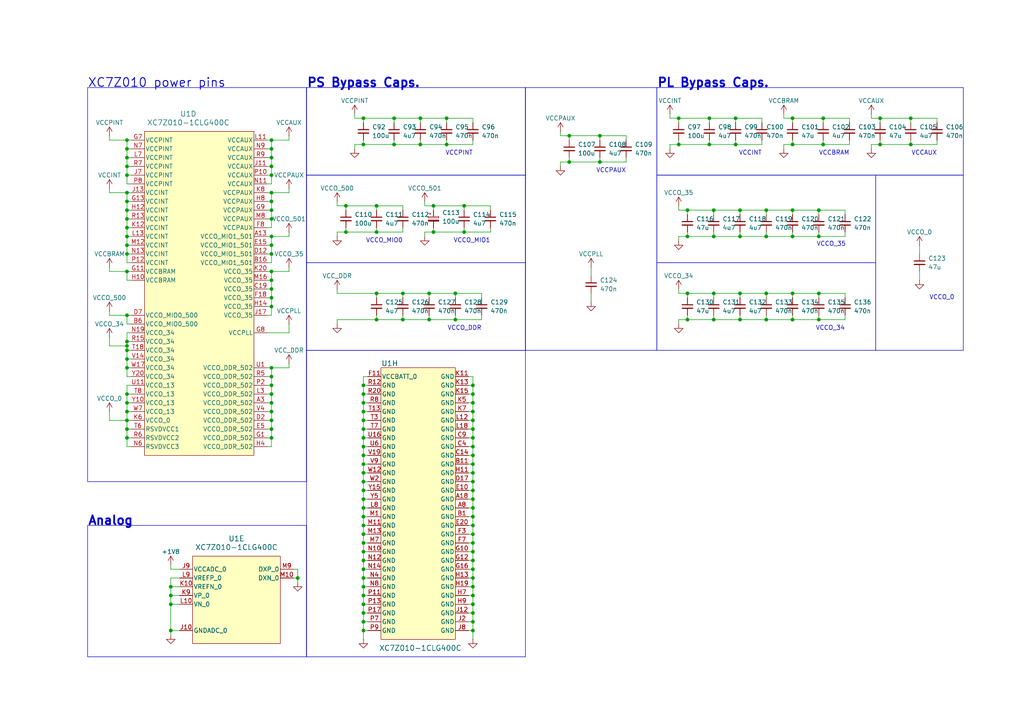
<source format=kicad_sch>
(kicad_sch (version 20250114) (generator "eeschema") (generator_version "9.0")
  (paper "A4")
  (title_block (title "FPGA Zynq7000 Dev Board") (date "2025-07-10") (rev "A"))
  (rectangle (start 190.5 25.4) (end 279.4 50.8))
  (rectangle (start 88.9 101.6) (end 152.4 190.5))
  (rectangle (start 152.4 25.4) (end 190.5 101.6))
  (rectangle (start 25.4 152.4) (end 88.9 190.5))
  (rectangle (start 88.9 50.8) (end 152.4 76.2))
  (rectangle (start 25.4 25.4) (end 88.9 139.7))
  (rectangle (start 254 50.8) (end 279.4 101.6))
  (rectangle (start 88.9 25.4) (end 152.4 50.8))
  (rectangle (start 190.5 76.2) (end 254 101.6))
  (rectangle (start 190.5 50.8) (end 254 76.2))
  (rectangle (start 88.9 76.2) (end 152.4 101.6))
  (text "XC7Z010 power pins" (at 25.4 24.13 0) (effects (font (size 2.54 2.54) (thickness 0.254) (bold yes)) (justify left)))
  (text "VCCPAUX" (at 181.61 49.53 0) (effects (font (size 1.27 1.27)) (justify right)))
  (text "VCCO_MIO0" (at 116.84 69.85 0) (effects (font (size 1.27 1.27)) (justify right)))
  (text "Analog" (at 25.4 151.13 0) (effects (font (size 2.54 2.54) (thickness 0.508) (bold yes)) (justify left)))
  (text "VCCO_0" (at 276.86 86.36 0) (effects (font (size 1.27 1.27)) (justify right)))
  (text "VCCO_35" (at 245.364 70.866 0) (effects (font (size 1.27 1.27)) (justify right)))
  (text "VCCO_DDR" (at 139.7 95.25 0) (effects (font (size 1.27 1.27)) (justify right)))
  (text "VCCINT" (at 220.98 44.45 0) (effects (font (size 1.27 1.27)) (justify right)))
  (text "VCCO_34\n" (at 245.11 95.25 0) (effects (font (size 1.27 1.27)) (justify right)))
  (text "PS Bypass Caps." (at 88.9 24.13 0) (effects (font (size 2.54 2.54) (thickness 0.508) (bold yes)) (justify left)))
  (text "VCCAUX" (at 271.78 44.45 0) (effects (font (size 1.27 1.27)) (justify right)))
  (text "VCCBRAM" (at 246.38 44.45 0) (effects (font (size 1.27 1.27)) (justify right)))
  (text "PL Bypass Caps." (at 190.5 24.13 0) (effects (font (size 2.54 2.54) (thickness 0.508) (bold yes)) (justify left)))
  (text "VCCO_MIO1" (at 142.24 69.85 0) (effects (font (size 1.27 1.27)) (justify right)))
  (text "VCCPINT" (at 137.16 44.45 0) (effects (font (size 1.27 1.27)) (justify right)))
  (junction (at 137.16 170.18))
  (junction (at 105.41 111.76))
  (junction (at 125.73 59.69))
  (junction (at 105.41 116.84))
  (junction (at 229.87 68.58))
  (junction (at 78.74 45.72))
  (junction (at 237.49 68.58))
  (junction (at 105.41 177.8))
  (junction (at 36.83 101.6))
  (junction (at 105.41 172.72))
  (junction (at 49.53 175.26))
  (junction (at 137.16 121.92))
  (junction (at 173.99 46.99))
  (junction (at 36.83 43.18))
  (junction (at 229.87 92.71))
  (junction (at 36.83 116.84))
  (junction (at 137.16 116.84))
  (junction (at 105.41 144.78))
  (junction (at 255.27 41.91))
  (junction (at 105.41 182.88))
  (junction (at 78.74 116.84))
  (junction (at 173.99 39.37))
  (junction (at 105.41 127))
  (junction (at 264.16 41.91))
  (junction (at 36.83 91.44))
  (junction (at 78.74 68.58))
  (junction (at 78.74 55.88))
  (junction (at 207.01 60.96))
  (junction (at 105.41 132.08))
  (junction (at 137.16 182.88))
  (junction (at 205.74 41.91))
  (junction (at 36.83 45.72))
  (junction (at 36.83 119.38))
  (junction (at 105.41 167.64))
  (junction (at 36.83 60.96))
  (junction (at 214.63 92.71))
  (junction (at 36.83 124.46))
  (junction (at 49.53 170.18))
  (junction (at 137.16 127))
  (junction (at 255.27 34.29))
  (junction (at 134.62 59.69))
  (junction (at 238.76 41.91))
  (junction (at 78.74 71.12))
  (junction (at 199.39 92.71))
  (junction (at 36.83 121.92))
  (junction (at 105.41 165.1))
  (junction (at 137.16 134.62))
  (junction (at 105.41 119.38))
  (junction (at 121.92 34.29))
  (junction (at 264.16 34.29))
  (junction (at 78.74 114.3))
  (junction (at 109.22 92.71))
  (junction (at 137.16 142.24))
  (junction (at 207.01 68.58))
  (junction (at 137.16 165.1))
  (junction (at 105.41 147.32))
  (junction (at 78.74 63.5))
  (junction (at 105.41 129.54))
  (junction (at 36.83 63.5))
  (junction (at 137.16 139.7))
  (junction (at 137.16 180.34))
  (junction (at 137.16 111.76))
  (junction (at 121.92 41.91))
  (junction (at 137.16 160.02))
  (junction (at 105.41 137.16))
  (junction (at 109.22 85.09))
  (junction (at 105.41 157.48))
  (junction (at 78.74 81.28))
  (junction (at 222.25 68.58))
  (junction (at 199.39 85.09))
  (junction (at 36.83 50.8))
  (junction (at 105.41 124.46))
  (junction (at 132.08 92.71))
  (junction (at 137.16 114.3))
  (junction (at 36.83 78.74))
  (junction (at 137.16 152.4))
  (junction (at 36.83 114.3))
  (junction (at 78.74 109.22))
  (junction (at 36.83 40.64))
  (junction (at 105.41 152.4))
  (junction (at 137.16 129.54))
  (junction (at 137.16 177.8))
  (junction (at 137.16 172.72))
  (junction (at 137.16 157.48))
  (junction (at 222.25 60.96))
  (junction (at 229.87 41.91))
  (junction (at 116.84 92.71))
  (junction (at 214.63 85.09))
  (junction (at 137.16 154.94))
  (junction (at 199.39 68.58))
  (junction (at 49.53 172.72))
  (junction (at 36.83 55.88))
  (junction (at 105.41 170.18))
  (junction (at 137.16 162.56))
  (junction (at 36.83 104.14))
  (junction (at 109.22 59.69))
  (junction (at 36.83 100.33))
  (junction (at 114.3 41.91))
  (junction (at 199.39 60.96))
  (junction (at 213.36 34.29))
  (junction (at 105.41 154.94))
  (junction (at 132.08 85.09))
  (junction (at 36.83 68.58))
  (junction (at 222.25 92.71))
  (junction (at 137.16 167.64))
  (junction (at 105.41 114.3))
  (junction (at 78.74 73.66))
  (junction (at 137.16 132.08))
  (junction (at 109.22 67.31))
  (junction (at 105.41 149.86))
  (junction (at 237.49 85.09))
  (junction (at 137.16 119.38))
  (junction (at 137.16 144.78))
  (junction (at 214.63 68.58))
  (junction (at 36.83 99.06))
  (junction (at 124.46 85.09))
  (junction (at 100.33 67.31))
  (junction (at 165.1 39.37))
  (junction (at 137.16 137.16))
  (junction (at 137.16 124.46))
  (junction (at 78.74 50.8))
  (junction (at 105.41 34.29))
  (junction (at 207.01 85.09))
  (junction (at 78.74 58.42))
  (junction (at 137.16 175.26))
  (junction (at 36.83 58.42))
  (junction (at 105.41 160.02))
  (junction (at 129.54 34.29))
  (junction (at 165.1 46.99))
  (junction (at 36.83 127))
  (junction (at 78.74 111.76))
  (junction (at 36.83 66.04))
  (junction (at 36.83 48.26))
  (junction (at 78.74 119.38))
  (junction (at 78.74 124.46))
  (junction (at 86.36 167.64))
  (junction (at 36.83 73.66))
  (junction (at 125.73 67.31))
  (junction (at 105.41 139.7))
  (junction (at 105.41 121.92))
  (junction (at 196.85 41.91))
  (junction (at 78.74 127))
  (junction (at 105.41 41.91))
  (junction (at 137.16 147.32))
  (junction (at 100.33 59.69))
  (junction (at 78.74 106.68))
  (junction (at 36.83 71.12))
  (junction (at 229.87 85.09))
  (junction (at 238.76 34.29))
  (junction (at 78.74 121.92))
  (junction (at 105.41 142.24))
  (junction (at 105.41 175.26))
  (junction (at 78.74 78.74))
  (junction (at 78.74 40.64))
  (junction (at 105.41 180.34))
  (junction (at 237.49 92.71))
  (junction (at 213.36 41.91))
  (junction (at 78.74 83.82))
  (junction (at 237.49 60.96))
  (junction (at 78.74 60.96))
  (junction (at 134.62 67.31))
  (junction (at 105.41 134.62))
  (junction (at 78.74 43.18))
  (junction (at 105.41 162.56))
  (junction (at 116.84 85.09))
  (junction (at 196.85 34.29))
  (junction (at 36.83 106.68))
  (junction (at 222.25 85.09))
  (junction (at 124.46 92.71))
  (junction (at 78.74 88.9))
  (junction (at 229.87 60.96))
  (junction (at 49.53 182.88))
  (junction (at 78.74 48.26))
  (junction (at 207.01 92.71))
  (junction (at 229.87 34.29))
  (junction (at 214.63 60.96))
  (junction (at 129.54 41.91))
  (junction (at 137.16 149.86))
  (junction (at 78.74 86.36))
  (junction (at 205.74 34.29))
  (junction (at 114.3 34.29))
  (wire (pts (xy 162.56 48.26) (xy 162.56 46.99)))
  (wire (pts (xy 97.79 59.69) (xy 100.33 59.69)))
  (wire (pts (xy 109.22 66.04) (xy 109.22 67.31)))
  (wire (pts (xy 135.89 134.62) (xy 137.16 134.62)))
  (wire (pts (xy 105.41 41.91) (xy 105.41 40.64)))
  (wire (pts (xy 264.16 34.29) (xy 264.16 35.56)))
  (wire (pts (xy 86.36 165.1) (xy 86.36 167.64)))
  (wire (pts (xy 105.41 149.86) (xy 105.41 152.4)))
  (wire (pts (xy 205.74 40.64) (xy 205.74 41.91)))
  (wire (pts (xy 135.89 139.7) (xy 137.16 139.7)))
  (wire (pts (xy 207.01 67.31) (xy 207.01 68.58)))
  (wire (pts (xy 137.16 144.78) (xy 137.16 147.32)))
  (wire (pts (xy 105.41 165.1) (xy 105.41 167.64)))
  (wire (pts (xy 36.83 60.96) (xy 36.83 63.5)))
  (wire (pts (xy 36.83 111.76) (xy 36.83 114.3)))
  (wire (pts (xy 173.99 39.37) (xy 173.99 40.64)))
  (wire (pts (xy 255.27 34.29) (xy 255.27 35.56)))
  (wire (pts (xy 77.47 55.88) (xy 78.74 55.88)))
  (wire (pts (xy 78.74 83.82) (xy 78.74 86.36)))
  (wire (pts (xy 137.16 41.91) (xy 129.54 41.91)))
  (wire (pts (xy 105.41 170.18) (xy 106.68 170.18)))
  (wire (pts (xy 142.24 67.31) (xy 134.62 67.31)))
  (wire (pts (xy 137.16 157.48) (xy 137.16 160.02)))
  (wire (pts (xy 105.41 114.3) (xy 105.41 116.84)))
  (wire (pts (xy 105.41 129.54) (xy 105.41 132.08)))
  (wire (pts (xy 36.83 66.04) (xy 36.83 68.58)))
  (wire (pts (xy 199.39 85.09) (xy 207.01 85.09)))
  (wire (pts (xy 135.89 144.78) (xy 137.16 144.78)))
  (wire (pts (xy 36.83 81.28) (xy 38.1 81.28)))
  (wire (pts (xy 36.83 104.14) (xy 38.1 104.14)))
  (wire (pts (xy 137.16 172.72) (xy 137.16 175.26)))
  (wire (pts (xy 229.87 60.96) (xy 229.87 62.23)))
  (wire (pts (xy 165.1 46.99) (xy 165.1 45.72)))
  (wire (pts (xy 78.74 78.74) (xy 83.82 78.74)))
  (wire (pts (xy 78.74 68.58) (xy 83.82 68.58)))
  (wire (pts (xy 36.83 78.74) (xy 38.1 78.74)))
  (wire (pts (xy 49.53 175.26) (xy 49.53 182.88)))
  (wire (pts (xy 245.11 68.58) (xy 237.49 68.58)))
  (wire (pts (xy 78.74 55.88) (xy 78.74 58.42)))
  (wire (pts (xy 137.16 119.38) (xy 137.16 121.92)))
  (wire (pts (xy 77.47 78.74) (xy 78.74 78.74)))
  (wire (pts (xy 31.75 97.79) (xy 31.75 100.33)))
  (wire (pts (xy 125.73 67.31) (xy 125.73 66.04)))
  (wire (pts (xy 77.47 129.54) (xy 78.74 129.54)))
  (wire (pts (xy 135.89 137.16) (xy 137.16 137.16)))
  (wire (pts (xy 114.3 34.29) (xy 114.3 35.56)))
  (wire (pts (xy 124.46 86.36) (xy 124.46 85.09)))
  (wire (pts (xy 139.7 91.44) (xy 139.7 92.71)))
  (wire (pts (xy 229.87 68.58) (xy 222.25 68.58)))
  (wire (pts (xy 123.19 67.31) (xy 125.73 67.31)))
  (wire (pts (xy 105.41 121.92) (xy 105.41 124.46)))
  (wire (pts (xy 105.41 111.76) (xy 106.68 111.76)))
  (wire (pts (xy 36.83 48.26) (xy 36.83 50.8)))
  (wire (pts (xy 135.89 111.76) (xy 137.16 111.76)))
  (wire (pts (xy 102.87 41.91) (xy 105.41 41.91)))
  (wire (pts (xy 78.74 124.46) (xy 78.74 127)))
  (wire (pts (xy 109.22 67.31) (xy 100.33 67.31)))
  (wire (pts (xy 264.16 34.29) (xy 271.78 34.29)))
  (wire (pts (xy 36.83 104.14) (xy 36.83 106.68)))
  (wire (pts (xy 129.54 35.56) (xy 129.54 34.29)))
  (wire (pts (xy 83.82 39.37) (xy 83.82 40.64)))
  (wire (pts (xy 36.83 101.6) (xy 38.1 101.6)))
  (wire (pts (xy 213.36 40.64) (xy 213.36 41.91)))
  (wire (pts (xy 77.47 73.66) (xy 78.74 73.66)))
  (wire (pts (xy 36.83 127) (xy 36.83 129.54)))
  (wire (pts (xy 222.25 92.71) (xy 214.63 92.71)))
  (wire (pts (xy 245.11 92.71) (xy 237.49 92.71)))
  (wire (pts (xy 137.16 40.64) (xy 137.16 41.91)))
  (wire (pts (xy 227.33 33.02) (xy 227.33 34.29)))
  (wire (pts (xy 97.79 58.42) (xy 97.79 59.69)))
  (wire (pts (xy 105.41 160.02) (xy 105.41 162.56)))
  (wire (pts (xy 137.16 137.16) (xy 137.16 139.7)))
  (wire (pts (xy 121.92 34.29) (xy 129.54 34.29)))
  (wire (pts (xy 36.83 111.76) (xy 38.1 111.76)))
  (wire (pts (xy 196.85 68.58) (xy 199.39 68.58)))
  (wire (pts (xy 77.47 114.3) (xy 78.74 114.3)))
  (wire (pts (xy 255.27 34.29) (xy 264.16 34.29)))
  (wire (pts (xy 77.47 71.12) (xy 78.74 71.12)))
  (wire (pts (xy 77.47 96.52) (xy 83.82 96.52)))
  (wire (pts (xy 207.01 91.44) (xy 207.01 92.71)))
  (wire (pts (xy 137.16 142.24) (xy 137.16 144.78)))
  (wire (pts (xy 214.63 85.09) (xy 214.63 86.36)))
  (wire (pts (xy 77.47 53.34) (xy 78.74 53.34)))
  (wire (pts (xy 77.47 40.64) (xy 78.74 40.64)))
  (wire (pts (xy 227.33 43.18) (xy 227.33 41.91)))
  (wire (pts (xy 135.89 165.1) (xy 137.16 165.1)))
  (wire (pts (xy 100.33 59.69) (xy 109.22 59.69)))
  (wire (pts (xy 36.83 55.88) (xy 36.83 58.42)))
  (wire (pts (xy 49.53 182.88) (xy 49.53 184.15)))
  (wire (pts (xy 137.16 177.8) (xy 137.16 180.34)))
  (wire (pts (xy 135.89 154.94) (xy 137.16 154.94)))
  (wire (pts (xy 105.41 149.86) (xy 106.68 149.86)))
  (wire (pts (xy 36.83 124.46) (xy 36.83 127)))
  (wire (pts (xy 36.83 124.46) (xy 38.1 124.46)))
  (wire (pts (xy 78.74 121.92) (xy 78.74 124.46)))
  (wire (pts (xy 134.62 59.69) (xy 142.24 59.69)))
  (wire (pts (xy 31.75 119.38) (xy 31.75 121.92)))
  (wire (pts (xy 105.41 139.7) (xy 105.41 142.24)))
  (wire (pts (xy 132.08 91.44) (xy 132.08 92.71)))
  (wire (pts (xy 135.89 152.4) (xy 137.16 152.4)))
  (wire (pts (xy 36.83 50.8) (xy 38.1 50.8)))
  (wire (pts (xy 97.79 67.31) (xy 100.33 67.31)))
  (wire (pts (xy 264.16 41.91) (xy 255.27 41.91)))
  (wire (pts (xy 78.74 43.18) (xy 78.74 45.72)))
  (wire (pts (xy 105.41 167.64) (xy 106.68 167.64)))
  (wire (pts (xy 49.53 167.64) (xy 49.53 170.18)))
  (wire (pts (xy 222.25 60.96) (xy 229.87 60.96)))
  (wire (pts (xy 105.41 121.92) (xy 106.68 121.92)))
  (wire (pts (xy 205.74 34.29) (xy 205.74 35.56)))
  (wire (pts (xy 105.41 157.48) (xy 105.41 160.02)))
  (wire (pts (xy 237.49 85.09) (xy 237.49 86.36)))
  (wire (pts (xy 214.63 60.96) (xy 214.63 62.23)))
  (wire (pts (xy 264.16 40.64) (xy 264.16 41.91)))
  (wire (pts (xy 78.74 119.38) (xy 78.74 121.92)))
  (wire (pts (xy 207.01 85.09) (xy 214.63 85.09)))
  (wire (pts (xy 137.16 127) (xy 137.16 129.54)))
  (wire (pts (xy 36.83 119.38) (xy 38.1 119.38)))
  (wire (pts (xy 105.41 127) (xy 106.68 127)))
  (wire (pts (xy 229.87 60.96) (xy 237.49 60.96)))
  (wire (pts (xy 137.16 152.4) (xy 137.16 154.94)))
  (wire (pts (xy 207.01 60.96) (xy 207.01 62.23)))
  (wire (pts (xy 105.41 160.02) (xy 106.68 160.02)))
  (wire (pts (xy 100.33 67.31) (xy 100.33 66.04)))
  (wire (pts (xy 125.73 59.69) (xy 125.73 60.96)))
  (wire (pts (xy 105.41 144.78) (xy 106.68 144.78)))
  (wire (pts (xy 105.41 147.32) (xy 106.68 147.32)))
  (wire (pts (xy 36.83 63.5) (xy 38.1 63.5)))
  (wire (pts (xy 213.36 41.91) (xy 205.74 41.91)))
  (wire (pts (xy 36.83 58.42) (xy 38.1 58.42)))
  (wire (pts (xy 245.11 91.44) (xy 245.11 92.71)))
  (wire (pts (xy 222.25 85.09) (xy 229.87 85.09)))
  (wire (pts (xy 105.41 109.22) (xy 105.41 111.76)))
  (wire (pts (xy 83.82 40.64) (xy 78.74 40.64)))
  (wire (pts (xy 36.83 114.3) (xy 38.1 114.3)))
  (wire (pts (xy 77.47 81.28) (xy 78.74 81.28)))
  (wire (pts (xy 105.41 132.08) (xy 105.41 134.62)))
  (wire (pts (xy 124.46 92.71) (xy 116.84 92.71)))
  (wire (pts (xy 77.47 63.5) (xy 78.74 63.5)))
  (wire (pts (xy 78.74 73.66) (xy 78.74 76.2)))
  (wire (pts (xy 173.99 46.99) (xy 165.1 46.99)))
  (wire (pts (xy 36.83 73.66) (xy 38.1 73.66)))
  (wire (pts (xy 105.41 116.84) (xy 105.41 119.38)))
  (wire (pts (xy 252.73 33.02) (xy 252.73 34.29)))
  (wire (pts (xy 102.87 33.02) (xy 102.87 34.29)))
  (wire (pts (xy 105.41 34.29) (xy 114.3 34.29)))
  (wire (pts (xy 105.41 142.24) (xy 105.41 144.78)))
  (wire (pts (xy 134.62 66.04) (xy 134.62 67.31)))
  (wire (pts (xy 245.11 60.96) (xy 245.11 62.23)))
  (wire (pts (xy 129.54 40.64) (xy 129.54 41.91)))
  (wire (pts (xy 252.73 34.29) (xy 255.27 34.29)))
  (wire (pts (xy 77.47 58.42) (xy 78.74 58.42)))
  (wire (pts (xy 227.33 34.29) (xy 229.87 34.29)))
  (wire (pts (xy 36.83 109.22) (xy 38.1 109.22)))
  (wire (pts (xy 165.1 39.37) (xy 173.99 39.37)))
  (wire (pts (xy 36.83 40.64) (xy 36.83 43.18)))
  (wire (pts (xy 109.22 59.69) (xy 116.84 59.69)))
  (wire (pts (xy 229.87 34.29) (xy 229.87 35.56)))
  (wire (pts (xy 31.75 100.33) (xy 36.83 100.33)))
  (wire (pts (xy 49.53 163.83) (xy 49.53 165.1)))
  (wire (pts (xy 105.41 142.24) (xy 106.68 142.24)))
  (wire (pts (xy 237.49 67.31) (xy 237.49 68.58)))
  (wire (pts (xy 77.47 50.8) (xy 78.74 50.8)))
  (wire (pts (xy 31.75 90.17) (xy 31.75 91.44)))
  (wire (pts (xy 83.82 68.58) (xy 83.82 67.31)))
  (wire (pts (xy 237.49 92.71) (xy 229.87 92.71)))
  (wire (pts (xy 165.1 39.37) (xy 165.1 40.64)))
  (wire (pts (xy 85.09 167.64) (xy 86.36 167.64)))
  (wire (pts (xy 105.41 119.38) (xy 106.68 119.38)))
  (wire (pts (xy 105.41 154.94) (xy 105.41 157.48)))
  (wire (pts (xy 105.41 157.48) (xy 106.68 157.48)))
  (wire (pts (xy 137.16 147.32) (xy 137.16 149.86)))
  (wire (pts (xy 229.87 85.09) (xy 237.49 85.09)))
  (wire (pts (xy 199.39 92.71) (xy 207.01 92.71)))
  (wire (pts (xy 129.54 34.29) (xy 137.16 34.29)))
  (wire (pts (xy 105.41 116.84) (xy 106.68 116.84)))
  (wire (pts (xy 78.74 63.5) (xy 78.74 66.04)))
  (wire (pts (xy 123.19 68.58) (xy 123.19 67.31)))
  (wire (pts (xy 252.73 41.91) (xy 255.27 41.91)))
  (wire (pts (xy 105.41 170.18) (xy 105.41 172.72)))
  (wire (pts (xy 114.3 34.29) (xy 121.92 34.29)))
  (wire (pts (xy 105.41 177.8) (xy 106.68 177.8)))
  (wire (pts (xy 36.83 101.6) (xy 36.83 104.14)))
  (wire (pts (xy 196.85 69.85) (xy 196.85 68.58)))
  (wire (pts (xy 135.89 119.38) (xy 137.16 119.38)))
  (wire (pts (xy 49.53 170.18) (xy 49.53 172.72)))
  (wire (pts (xy 229.87 91.44) (xy 229.87 92.71)))
  (wire (pts (xy 77.47 127) (xy 78.74 127)))
  (wire (pts (xy 246.38 34.29) (xy 246.38 35.56)))
  (wire (pts (xy 135.89 124.46) (xy 137.16 124.46)))
  (wire (pts (xy 52.07 170.18) (xy 49.53 170.18)))
  (wire (pts (xy 31.75 91.44) (xy 36.83 91.44)))
  (wire (pts (xy 139.7 85.09) (xy 139.7 86.36)))
  (wire (pts (xy 137.16 111.76) (xy 137.16 114.3)))
  (wire (pts (xy 109.22 59.69) (xy 109.22 60.96)))
  (wire (pts (xy 135.89 129.54) (xy 137.16 129.54)))
  (wire (pts (xy 199.39 60.96) (xy 207.01 60.96)))
  (wire (pts (xy 105.41 182.88) (xy 105.41 185.42)))
  (wire (pts (xy 36.83 50.8) (xy 36.83 53.34)))
  (wire (pts (xy 245.11 67.31) (xy 245.11 68.58)))
  (wire (pts (xy 135.89 149.86) (xy 137.16 149.86)))
  (wire (pts (xy 36.83 55.88) (xy 38.1 55.88)))
  (wire (pts (xy 135.89 132.08) (xy 137.16 132.08)))
  (wire (pts (xy 52.07 167.64) (xy 49.53 167.64)))
  (wire (pts (xy 105.41 109.22) (xy 106.68 109.22)))
  (wire (pts (xy 237.49 68.58) (xy 229.87 68.58)))
  (wire (pts (xy 36.83 129.54) (xy 38.1 129.54)))
  (wire (pts (xy 214.63 85.09) (xy 222.25 85.09)))
  (wire (pts (xy 36.83 63.5) (xy 36.83 66.04)))
  (wire (pts (xy 132.08 86.36) (xy 132.08 85.09)))
  (wire (pts (xy 222.25 67.31) (xy 222.25 68.58)))
  (wire (pts (xy 83.82 77.47) (xy 83.82 78.74)))
  (wire (pts (xy 36.83 116.84) (xy 36.83 119.38)))
  (wire (pts (xy 105.41 127) (xy 105.41 129.54)))
  (wire (pts (xy 271.78 34.29) (xy 271.78 35.56)))
  (wire (pts (xy 36.83 43.18) (xy 36.83 45.72)))
  (wire (pts (xy 196.85 34.29) (xy 205.74 34.29)))
  (wire (pts (xy 77.47 48.26) (xy 78.74 48.26)))
  (wire (pts (xy 105.41 114.3) (xy 106.68 114.3)))
  (wire (pts (xy 105.41 154.94) (xy 106.68 154.94)))
  (wire (pts (xy 31.75 40.64) (xy 36.83 40.64)))
  (wire (pts (xy 196.85 85.09) (xy 199.39 85.09)))
  (wire (pts (xy 220.98 34.29) (xy 220.98 35.56)))
  (wire (pts (xy 36.83 93.98) (xy 38.1 93.98)))
  (wire (pts (xy 36.83 68.58) (xy 36.83 71.12)))
  (wire (pts (xy 181.61 46.99) (xy 173.99 46.99)))
  (wire (pts (xy 124.46 91.44) (xy 124.46 92.71)))
  (wire (pts (xy 78.74 86.36) (xy 78.74 88.9)))
  (wire (pts (xy 227.33 41.91) (xy 229.87 41.91)))
  (wire (pts (xy 137.16 154.94) (xy 137.16 157.48)))
  (wire (pts (xy 121.92 34.29) (xy 121.92 35.56)))
  (wire (pts (xy 196.85 92.71) (xy 199.39 92.71)))
  (wire (pts (xy 36.83 119.38) (xy 36.83 121.92)))
  (wire (pts (xy 105.41 180.34) (xy 106.68 180.34)))
  (wire (pts (xy 199.39 85.09) (xy 199.39 86.36)))
  (wire (pts (xy 137.16 170.18) (xy 137.16 172.72)))
  (wire (pts (xy 105.41 175.26) (xy 105.41 177.8)))
  (wire (pts (xy 196.85 41.91) (xy 196.85 40.64)))
  (wire (pts (xy 246.38 40.64) (xy 246.38 41.91)))
  (wire (pts (xy 36.83 43.18) (xy 38.1 43.18)))
  (wire (pts (xy 199.39 91.44) (xy 199.39 92.71)))
  (wire (pts (xy 194.31 34.29) (xy 196.85 34.29)))
  (wire (pts (xy 196.85 34.29) (xy 196.85 35.56)))
  (wire (pts (xy 78.74 68.58) (xy 78.74 71.12)))
  (wire (pts (xy 105.41 167.64) (xy 105.41 170.18)))
  (wire (pts (xy 135.89 172.72) (xy 137.16 172.72)))
  (wire (pts (xy 36.83 58.42) (xy 36.83 60.96)))
  (wire (pts (xy 116.84 85.09) (xy 124.46 85.09)))
  (wire (pts (xy 129.54 41.91) (xy 121.92 41.91)))
  (wire (pts (xy 135.89 177.8) (xy 137.16 177.8)))
  (wire (pts (xy 137.16 109.22) (xy 137.16 111.76)))
  (wire (pts (xy 207.01 85.09) (xy 207.01 86.36)))
  (wire (pts (xy 213.36 34.29) (xy 220.98 34.29)))
  (wire (pts (xy 162.56 46.99) (xy 165.1 46.99)))
  (wire (pts (xy 271.78 40.64) (xy 271.78 41.91)))
  (wire (pts (xy 105.41 162.56) (xy 106.68 162.56)))
  (wire (pts (xy 31.75 78.74) (xy 36.83 78.74)))
  (wire (pts (xy 137.16 182.88) (xy 137.16 185.42)))
  (wire (pts (xy 97.79 93.98) (xy 97.79 92.71)))
  (wire (pts (xy 238.76 41.91) (xy 229.87 41.91)))
  (wire (pts (xy 135.89 121.92) (xy 137.16 121.92)))
  (wire (pts (xy 214.63 92.71) (xy 207.01 92.71)))
  (wire (pts (xy 78.74 88.9) (xy 78.74 91.44)))
  (wire (pts (xy 36.83 91.44) (xy 36.83 93.98)))
  (wire (pts (xy 105.41 139.7) (xy 106.68 139.7)))
  (wire (pts (xy 77.47 66.04) (xy 78.74 66.04)))
  (wire (pts (xy 171.45 85.09) (xy 171.45 87.63)))
  (wire (pts (xy 229.87 67.31) (xy 229.87 68.58)))
  (wire (pts (xy 78.74 81.28) (xy 78.74 83.82)))
  (wire (pts (xy 36.83 114.3) (xy 36.83 116.84)))
  (wire (pts (xy 137.16 116.84) (xy 137.16 119.38)))
  (wire (pts (xy 222.25 68.58) (xy 214.63 68.58)))
  (wire (pts (xy 105.41 124.46) (xy 106.68 124.46)))
  (wire (pts (xy 109.22 85.09) (xy 109.22 86.36)))
  (wire (pts (xy 105.41 172.72) (xy 105.41 175.26)))
  (wire (pts (xy 237.49 85.09) (xy 245.11 85.09)))
  (wire (pts (xy 135.89 180.34) (xy 137.16 180.34)))
  (wire (pts (xy 105.41 111.76) (xy 105.41 114.3)))
  (wire (pts (xy 135.89 127) (xy 137.16 127)))
  (wire (pts (xy 49.53 172.72) (xy 52.07 172.72)))
  (wire (pts (xy 105.41 175.26) (xy 106.68 175.26)))
  (wire (pts (xy 137.16 129.54) (xy 137.16 132.08)))
  (wire (pts (xy 135.89 170.18) (xy 137.16 170.18)))
  (wire (pts (xy 36.83 96.52) (xy 36.83 99.06)))
  (wire (pts (xy 109.22 85.09) (xy 116.84 85.09)))
  (wire (pts (xy 105.41 182.88) (xy 106.68 182.88)))
  (wire (pts (xy 237.49 60.96) (xy 237.49 62.23)))
  (wire (pts (xy 77.47 124.46) (xy 78.74 124.46)))
  (wire (pts (xy 78.74 127) (xy 78.74 129.54)))
  (wire (pts (xy 78.74 45.72) (xy 78.74 48.26)))
  (wire (pts (xy 77.47 43.18) (xy 78.74 43.18)))
  (wire (pts (xy 105.41 180.34) (xy 105.41 182.88)))
  (wire (pts (xy 105.41 124.46) (xy 105.41 127)))
  (wire (pts (xy 83.82 106.68) (xy 78.74 106.68)))
  (wire (pts (xy 199.39 60.96) (xy 199.39 62.23)))
  (wire (pts (xy 100.33 59.69) (xy 100.33 60.96)))
  (wire (pts (xy 105.41 165.1) (xy 106.68 165.1)))
  (wire (pts (xy 36.83 100.33) (xy 36.83 101.6)))
  (wire (pts (xy 199.39 67.31) (xy 199.39 68.58)))
  (wire (pts (xy 123.19 58.42) (xy 123.19 59.69)))
  (wire (pts (xy 97.79 68.58) (xy 97.79 67.31)))
  (wire (pts (xy 49.53 175.26) (xy 52.07 175.26)))
  (wire (pts (xy 116.84 91.44) (xy 116.84 92.71)))
  (wire (pts (xy 196.85 83.82) (xy 196.85 85.09)))
  (wire (pts (xy 135.89 157.48) (xy 137.16 157.48)))
  (wire (pts (xy 36.83 106.68) (xy 36.83 109.22)))
  (wire (pts (xy 31.75 55.88) (xy 36.83 55.88)))
  (wire (pts (xy 116.84 85.09) (xy 116.84 86.36)))
  (wire (pts (xy 214.63 67.31) (xy 214.63 68.58)))
  (wire (pts (xy 214.63 91.44) (xy 214.63 92.71)))
  (wire (pts (xy 97.79 85.09) (xy 109.22 85.09)))
  (wire (pts (xy 105.41 134.62) (xy 106.68 134.62)))
  (wire (pts (xy 31.75 121.92) (xy 36.83 121.92)))
  (wire (pts (xy 97.79 92.71) (xy 109.22 92.71)))
  (wire (pts (xy 36.83 91.44) (xy 38.1 91.44)))
  (wire (pts (xy 229.87 85.09) (xy 229.87 86.36)))
  (wire (pts (xy 77.47 111.76) (xy 78.74 111.76)))
  (wire (pts (xy 77.47 68.58) (xy 78.74 68.58)))
  (wire (pts (xy 222.25 85.09) (xy 222.25 86.36)))
  (wire (pts (xy 105.41 34.29) (xy 105.41 35.56)))
  (wire (pts (xy 137.16 114.3) (xy 137.16 116.84)))
  (wire (pts (xy 135.89 116.84) (xy 137.16 116.84)))
  (wire (pts (xy 31.75 77.47) (xy 31.75 78.74)))
  (wire (pts (xy 105.41 137.16) (xy 106.68 137.16)))
  (wire (pts (xy 134.62 59.69) (xy 134.62 60.96)))
  (wire (pts (xy 36.83 45.72) (xy 38.1 45.72)))
  (wire (pts (xy 36.83 127) (xy 38.1 127)))
  (wire (pts (xy 77.47 45.72) (xy 78.74 45.72)))
  (wire (pts (xy 36.83 99.06) (xy 38.1 99.06)))
  (wire (pts (xy 36.83 48.26) (xy 38.1 48.26)))
  (wire (pts (xy 196.85 60.96) (xy 199.39 60.96)))
  (wire (pts (xy 102.87 43.18) (xy 102.87 41.91)))
  (wire (pts (xy 124.46 85.09) (xy 132.08 85.09)))
  (wire (pts (xy 142.24 66.04) (xy 142.24 67.31)))
  (wire (pts (xy 36.83 106.68) (xy 38.1 106.68)))
  (wire (pts (xy 105.41 152.4) (xy 105.41 154.94)))
  (wire (pts (xy 36.83 96.52) (xy 38.1 96.52)))
  (wire (pts (xy 255.27 41.91) (xy 255.27 40.64)))
  (wire (pts (xy 36.83 76.2) (xy 38.1 76.2)))
  (wire (pts (xy 77.47 121.92) (xy 78.74 121.92)))
  (wire (pts (xy 245.11 85.09) (xy 245.11 86.36)))
  (wire (pts (xy 78.74 60.96) (xy 78.74 63.5)))
  (wire (pts (xy 114.3 41.91) (xy 105.41 41.91)))
  (wire (pts (xy 105.41 162.56) (xy 105.41 165.1)))
  (wire (pts (xy 135.89 162.56) (xy 137.16 162.56)))
  (wire (pts (xy 77.47 76.2) (xy 78.74 76.2)))
  (wire (pts (xy 135.89 167.64) (xy 137.16 167.64)))
  (wire (pts (xy 196.85 59.69) (xy 196.85 60.96)))
  (wire (pts (xy 114.3 40.64) (xy 114.3 41.91)))
  (wire (pts (xy 36.83 99.06) (xy 36.83 100.33)))
  (wire (pts (xy 116.84 66.04) (xy 116.84 67.31)))
  (wire (pts (xy 83.82 105.41) (xy 83.82 106.68)))
  (wire (pts (xy 36.83 45.72) (xy 36.83 48.26)))
  (wire (pts (xy 36.83 71.12) (xy 38.1 71.12)))
  (wire (pts (xy 137.16 167.64) (xy 137.16 170.18)))
  (wire (pts (xy 173.99 45.72) (xy 173.99 46.99)))
  (wire (pts (xy 105.41 144.78) (xy 105.41 147.32)))
  (wire (pts (xy 78.74 50.8) (xy 78.74 53.34)))
  (wire (pts (xy 77.47 109.22) (xy 78.74 109.22)))
  (wire (pts (xy 77.47 119.38) (xy 78.74 119.38)))
  (wire (pts (xy 137.16 124.46) (xy 137.16 127)))
  (wire (pts (xy 199.39 68.58) (xy 207.01 68.58)))
  (wire (pts (xy 162.56 39.37) (xy 165.1 39.37)))
  (wire (pts (xy 31.75 54.61) (xy 31.75 55.88)))
  (wire (pts (xy 105.41 152.4) (xy 106.68 152.4)))
  (wire (pts (xy 135.89 109.22) (xy 137.16 109.22)))
  (wire (pts (xy 137.16 134.62) (xy 137.16 137.16)))
  (wire (pts (xy 194.31 33.02) (xy 194.31 34.29)))
  (wire (pts (xy 229.87 41.91) (xy 229.87 40.64)))
  (wire (pts (xy 162.56 38.1) (xy 162.56 39.37)))
  (wire (pts (xy 142.24 59.69) (xy 142.24 60.96)))
  (wire (pts (xy 252.73 43.18) (xy 252.73 41.91)))
  (wire (pts (xy 78.74 71.12) (xy 78.74 73.66)))
  (wire (pts (xy 222.25 60.96) (xy 222.25 62.23)))
  (wire (pts (xy 137.16 160.02) (xy 137.16 162.56)))
  (wire (pts (xy 116.84 92.71) (xy 109.22 92.71)))
  (wire (pts (xy 78.74 106.68) (xy 78.74 109.22)))
  (wire (pts (xy 207.01 60.96) (xy 214.63 60.96)))
  (wire (pts (xy 171.45 77.47) (xy 171.45 80.01)))
  (wire (pts (xy 85.09 165.1) (xy 86.36 165.1)))
  (wire (pts (xy 36.83 68.58) (xy 38.1 68.58)))
  (wire (pts (xy 137.16 132.08) (xy 137.16 134.62)))
  (wire (pts (xy 137.16 180.34) (xy 137.16 182.88)))
  (wire (pts (xy 78.74 55.88) (xy 83.82 55.88)))
  (wire (pts (xy 238.76 40.64) (xy 238.76 41.91)))
  (wire (pts (xy 36.83 121.92) (xy 38.1 121.92)))
  (wire (pts (xy 78.74 40.64) (xy 78.74 43.18)))
  (wire (pts (xy 36.83 71.12) (xy 36.83 73.66)))
  (wire (pts (xy 271.78 41.91) (xy 264.16 41.91)))
  (wire (pts (xy 105.41 119.38) (xy 105.41 121.92)))
  (wire (pts (xy 36.83 40.64) (xy 38.1 40.64)))
  (wire (pts (xy 220.98 40.64) (xy 220.98 41.91)))
  (wire (pts (xy 196.85 93.98) (xy 196.85 92.71)))
  (wire (pts (xy 105.41 132.08) (xy 106.68 132.08)))
  (wire (pts (xy 123.19 59.69) (xy 125.73 59.69)))
  (wire (pts (xy 105.41 172.72) (xy 106.68 172.72)))
  (wire (pts (xy 77.47 60.96) (xy 78.74 60.96)))
  (wire (pts (xy 237.49 91.44) (xy 237.49 92.71)))
  (wire (pts (xy 36.83 78.74) (xy 36.83 81.28)))
  (wire (pts (xy 77.47 91.44) (xy 78.74 91.44)))
  (wire (pts (xy 137.16 139.7) (xy 137.16 142.24)))
  (wire (pts (xy 181.61 39.37) (xy 181.61 40.64)))
  (wire (pts (xy 229.87 34.29) (xy 238.76 34.29)))
  (wire (pts (xy 36.83 121.92) (xy 36.83 124.46)))
  (wire (pts (xy 213.36 34.29) (xy 213.36 35.56)))
  (wire (pts (xy 135.89 182.88) (xy 137.16 182.88)))
  (wire (pts (xy 222.25 91.44) (xy 222.25 92.71)))
  (wire (pts (xy 49.53 182.88) (xy 52.07 182.88)))
  (wire (pts (xy 49.53 165.1) (xy 52.07 165.1)))
  (wire (pts (xy 194.31 43.18) (xy 194.31 41.91)))
  (wire (pts (xy 77.47 83.82) (xy 78.74 83.82)))
  (wire (pts (xy 77.47 116.84) (xy 78.74 116.84)))
  (wire (pts (xy 31.75 39.37) (xy 31.75 40.64)))
  (wire (pts (xy 78.74 58.42) (xy 78.74 60.96)))
  (wire (pts (xy 105.41 177.8) (xy 105.41 180.34)))
  (wire (pts (xy 246.38 41.91) (xy 238.76 41.91)))
  (wire (pts (xy 135.89 175.26) (xy 137.16 175.26)))
  (wire (pts (xy 205.74 41.91) (xy 196.85 41.91)))
  (wire (pts (xy 86.36 167.64) (xy 86.36 168.91)))
  (wire (pts (xy 137.16 162.56) (xy 137.16 165.1)))
  (wire (pts (xy 205.74 34.29) (xy 213.36 34.29)))
  (wire (pts (xy 116.84 67.31) (xy 109.22 67.31)))
  (wire (pts (xy 220.98 41.91) (xy 213.36 41.91)))
  (wire (pts (xy 137.16 149.86) (xy 137.16 152.4)))
  (wire (pts (xy 105.41 137.16) (xy 105.41 139.7)))
  (wire (pts (xy 181.61 45.72) (xy 181.61 46.99)))
  (wire (pts (xy 214.63 68.58) (xy 207.01 68.58)))
  (wire (pts (xy 134.62 67.31) (xy 125.73 67.31)))
  (wire (pts (xy 238.76 34.29) (xy 238.76 35.56)))
  (wire (pts (xy 121.92 40.64) (xy 121.92 41.91)))
  (wire (pts (xy 266.7 71.12) (xy 266.7 73.66)))
  (wire (pts (xy 214.63 60.96) (xy 222.25 60.96)))
  (wire (pts (xy 135.89 147.32) (xy 137.16 147.32)))
  (wire (pts (xy 78.74 116.84) (xy 78.74 119.38)))
  (wire (pts (xy 266.7 78.74) (xy 266.7 81.28)))
  (wire (pts (xy 132.08 85.09) (xy 139.7 85.09)))
  (wire (pts (xy 135.89 142.24) (xy 137.16 142.24)))
  (wire (pts (xy 36.83 53.34) (xy 38.1 53.34)))
  (wire (pts (xy 173.99 39.37) (xy 181.61 39.37)))
  (wire (pts (xy 238.76 34.29) (xy 246.38 34.29)))
  (wire (pts (xy 78.74 114.3) (xy 78.74 116.84)))
  (wire (pts (xy 49.53 172.72) (xy 49.53 175.26)))
  (wire (pts (xy 36.83 66.04) (xy 38.1 66.04)))
  (wire (pts (xy 77.47 88.9) (xy 78.74 88.9)))
  (wire (pts (xy 78.74 111.76) (xy 78.74 114.3)))
  (wire (pts (xy 83.82 96.52) (xy 83.82 93.98)))
  (wire (pts (xy 36.83 73.66) (xy 36.83 76.2)))
  (wire (pts (xy 102.87 34.29) (xy 105.41 34.29)))
  (wire (pts (xy 125.73 59.69) (xy 134.62 59.69)))
  (wire (pts (xy 105.41 134.62) (xy 105.41 137.16)))
  (wire (pts (xy 194.31 41.91) (xy 196.85 41.91)))
  (wire (pts (xy 36.83 60.96) (xy 38.1 60.96)))
  (wire (pts (xy 97.79 83.82) (xy 97.79 85.09)))
  (wire (pts (xy 109.22 91.44) (xy 109.22 92.71)))
  (wire (pts (xy 137.16 35.56) (xy 137.16 34.29)))
  (wire (pts (xy 116.84 59.69) (xy 116.84 60.96)))
  (wire (pts (xy 237.49 60.96) (xy 245.11 60.96)))
  (wire (pts (xy 137.16 121.92) (xy 137.16 124.46)))
  (wire (pts (xy 78.74 48.26) (xy 78.74 50.8)))
  (wire (pts (xy 77.47 106.68) (xy 78.74 106.68)))
  (wire (pts (xy 135.89 160.02) (xy 137.16 160.02)))
  (wire (pts (xy 105.41 147.32) (xy 105.41 149.86)))
  (wire (pts (xy 77.47 86.36) (xy 78.74 86.36)))
  (wire (pts (xy 137.16 165.1) (xy 137.16 167.64)))
  (wire (pts (xy 229.87 92.71) (xy 222.25 92.71)))
  (wire (pts (xy 132.08 92.71) (xy 124.46 92.71)))
  (wire (pts (xy 135.89 114.3) (xy 137.16 114.3)))
  (wire (pts (xy 105.41 129.54) (xy 106.68 129.54)))
  (wire (pts (xy 78.74 78.74) (xy 78.74 81.28)))
  (wire (pts (xy 139.7 92.71) (xy 132.08 92.71)))
  (wire (pts (xy 78.74 109.22) (xy 78.74 111.76)))
  (wire (pts (xy 83.82 54.61) (xy 83.82 55.88)))
  (wire (pts (xy 137.16 175.26) (xy 137.16 177.8)))
  (wire (pts (xy 36.83 116.84) (xy 38.1 116.84)))
  (wire (pts (xy 121.92 41.91) (xy 114.3 41.91)))
  (symbol (lib_id "power:+1V0") (at 83.82 93.98 0) (unit 1)
    (property "Reference" "#PWR0158" (effects (hide yes)))
    (property "Value" "VCCPLL" (at 83.82 90.17 0))
    (property "Description" "Power symbol creates a global label with name \"+1V0\"" (effects (hide yes)))
  )
  (symbol (lib_id "power:GND") (at 171.45 87.63 0) (unit 1)
    (property "Reference" "#PWR0156" (effects (hide yes)))
    (property "Value" "GND" (effects (hide yes)))
    (property "Description" "Power symbol creates a global label with name \"GND\" , ground" (effects (hide yes)))
  )
  (symbol (lib_id "Custom:XC7Z010-1CLG400C") (at 55.88 161.29 0) (unit 5)
    (property "Reference" "U1" (at 68.58 156.21 0) (effects (font (size 1.524 1.524))))
    (property "Value" "XC7Z010-1CLG400C" (at 68.58 158.75 0) (effects (font (size 1.524 1.524))))
    (property "Footprint" "Custom:CLG400_XIL-L" (effects (hide yes)))
    (property "Datasheet" "XC7Z010-1CLG400C" (effects (hide yes)))
  )
  (symbol (lib_id "power:GND") (at 97.79 93.98 0) (unit 1)
    (property "Reference" "#PWR0159" (effects (hide yes)))
    (property "Value" "GND" (effects (hide yes)))
    (property "Description" "Power symbol creates a global label with name \"GND\" , ground" (effects (hide yes)))
  )
  (symbol (lib_id "power:GND") (at 105.41 185.42 0) (unit 1)
    (property "Reference" "#PWR0167" (effects (hide yes)))
    (property "Value" "GND" (effects (hide yes)))
    (property "Description" "Power symbol creates a global label with name \"GND\" , ground" (effects (hide yes)))
  )
  (symbol (lib_id "Device:C_Small") (at 245.11 64.77 0) (unit 1)
    (property "Reference" "C122" (at 247.65 63.5062 0) (effects (justify left)))
    (property "Value" "470n" (at 247.65 66.0462 0) (effects (justify left)))
    (property "Footprint" "Capacitor_SMD:C_0402_1005Metric" (effects (hide yes)))
    (property "Description" "Unpolarized capacitor, small symbol" (effects (hide yes)))
  )
  (symbol (lib_id "Device:C_Small") (at 114.3 38.1 0) (unit 1)
    (property "Reference" "C93" (at 116.84 36.8362 0) (effects (justify left)))
    (property "Value" "4u7" (at 116.84 39.3762 0) (effects (justify left)))
    (property "Footprint" "Capacitor_SMD:C_0402_1005Metric" (effects (hide yes)))
    (property "Description" "Unpolarized capacitor, small symbol" (effects (hide yes)))
  )
  (symbol (lib_id "power:+3V3") (at 31.75 97.79 0) (unit 1)
    (property "Reference" "#PWR0161" (effects (hide yes)))
    (property "Value" "VCCO_34" (at 31.75 93.98 0))
    (property "Description" "Power symbol creates a global label with name \"+3V3\"" (effects (hide yes)))
  )
  (symbol (lib_id "Device:C_Small") (at 229.87 64.77 0) (unit 1)
    (property "Reference" "C120" (at 232.41 63.5062 0) (effects (justify left)))
    (property "Value" "470n" (at 232.41 66.0462 0) (effects (justify left)))
    (property "Footprint" "Capacitor_SMD:C_0402_1005Metric" (effects (hide yes)))
    (property "Description" "Unpolarized capacitor, small symbol" (effects (hide yes)))
  )
  (symbol (lib_id "Device:C_Small") (at 237.49 64.77 0) (unit 1)
    (property "Reference" "C121" (at 240.03 63.5062 0) (effects (justify left)))
    (property "Value" "470n" (at 240.03 66.0462 0) (effects (justify left)))
    (property "Footprint" "Capacitor_SMD:C_0402_1005Metric" (effects (hide yes)))
    (property "Description" "Unpolarized capacitor, small symbol" (effects (hide yes)))
  )
  (symbol (lib_id "power:+1V0") (at 227.33 33.02 0) (unit 1)
    (property "Reference" "#PWR0130" (effects (hide yes)))
    (property "Value" "VCCBRAM" (at 227.33 29.21 0))
    (property "Description" "Power symbol creates a global label with name \"+1V0\"" (effects (hide yes)))
  )
  (symbol (lib_id "Device:C_Small") (at 213.36 38.1 0) (unit 1)
    (property "Reference" "C99" (at 215.9 36.8362 0) (effects (justify left)))
    (property "Value" "470n" (at 215.9 39.3762 0) (effects (justify left)))
    (property "Footprint" "Capacitor_SMD:C_0402_1005Metric" (effects (hide yes)))
    (property "Description" "Unpolarized capacitor, small symbol" (effects (hide yes)))
  )
  (symbol (lib_id "Device:C_Small") (at 139.7 88.9 0) (unit 1)
    (property "Reference" "C129" (at 142.24 87.6362 0) (effects (justify left)))
    (property "Value" "470n" (at 142.24 90.1762 0) (effects (justify left)))
    (property "Footprint" "Capacitor_SMD:C_0402_1005Metric" (effects (hide yes)))
    (property "Description" "Unpolarized capacitor, small symbol" (effects (hide yes)))
  )
  (symbol (lib_id "power:GND") (at 252.73 43.18 0) (unit 1)
    (property "Reference" "#PWR0138" (effects (hide yes)))
    (property "Value" "GND" (effects (hide yes)))
    (property "Description" "Power symbol creates a global label with name \"GND\" , ground" (effects (hide yes)))
  )
  (symbol (lib_id "Device:C_Small") (at 207.01 64.77 0) (unit 1)
    (property "Reference" "C117" (at 209.55 63.5062 0) (effects (justify left)))
    (property "Value" "4u7" (at 209.55 66.0462 0) (effects (justify left)))
    (property "Footprint" "Capacitor_SMD:C_0402_1005Metric" (effects (hide yes)))
    (property "Description" "Unpolarized capacitor, small symbol" (effects (hide yes)))
  )
  (symbol (lib_id "Device:C_Small") (at 264.16 38.1 0) (unit 1)
    (property "Reference" "C105" (at 266.7 36.8362 0) (effects (justify left)))
    (property "Value" "4u7" (at 266.7 39.3762 0) (effects (justify left)))
    (property "Footprint" "Capacitor_SMD:C_0402_1005Metric" (effects (hide yes)))
    (property "Description" "Unpolarized capacitor, small symbol" (effects (hide yes)))
  )
  (symbol (lib_id "power:+1V0") (at 97.79 83.82 0) (unit 1)
    (property "Reference" "#PWR0154" (effects (hide yes)))
    (property "Value" "VCC_DDR" (at 97.79 80.01 0))
    (property "Description" "Power symbol creates a global label with name \"+1V0\"" (effects (hide yes)))
  )
  (symbol (lib_id "power:+3V3") (at 31.75 119.38 0) (unit 1)
    (property "Reference" "#PWR0163" (effects (hide yes)))
    (property "Value" "VCCO_0" (at 31.75 115.57 0))
    (property "Description" "Power symbol creates a global label with name \"+3V3\"" (effects (hide yes)))
  )
  (symbol (lib_id "power:+1V0") (at 83.82 39.37 0) (unit 1)
    (property "Reference" "#PWR0134" (effects (hide yes)))
    (property "Value" "VCCAUX" (at 83.82 35.56 0))
    (property "Description" "Power symbol creates a global label with name \"+1V0\"" (effects (hide yes)))
  )
  (symbol (lib_id "power:+1V8") (at 49.53 163.83 0) (unit 1)
    (property "Reference" "#PWR0164" (effects (hide yes)))
    (property "Value" "+1V8" (at 49.53 160.02 0))
    (property "Description" "Power symbol creates a global label with name \"+1V8\"" (effects (hide yes)))
  )
  (symbol (lib_id "Device:C_Small") (at 246.38 38.1 0) (unit 1)
    (property "Reference" "C103" (at 248.92 36.8362 0) (effects (justify left)))
    (property "Value" "470n" (at 248.92 39.3762 0) (effects (justify left)))
    (property "Footprint" "Capacitor_SMD:C_0402_1005Metric" (effects (hide yes)))
    (property "Description" "Unpolarized capacitor, small symbol" (effects (hide yes)))
  )
  (symbol (lib_id "power:GND") (at 194.31 43.18 0) (unit 1)
    (property "Reference" "#PWR0136" (effects (hide yes)))
    (property "Value" "GND" (effects (hide yes)))
    (property "Description" "Power symbol creates a global label with name \"GND\" , ground" (effects (hide yes)))
  )
  (symbol (lib_id "Device:C_Small") (at 199.39 64.77 0) (unit 1)
    (property "Reference" "C116" (at 201.93 63.5062 0) (effects (justify left)))
    (property "Value" "47u" (at 201.93 66.0462 0) (effects (justify left)))
    (property "Footprint" "Capacitor_SMD:C_1206_3216Metric" (effects (hide yes)))
    (property "Description" "Unpolarized capacitor, small symbol" (effects (hide yes)))
  )
  (symbol (lib_id "Device:C_Small") (at 129.54 38.1 0) (unit 1)
    (property "Reference" "C95" (at 132.08 36.8362 0) (effects (justify left)))
    (property "Value" "470n" (at 132.08 39.3762 0) (effects (justify left)))
    (property "Footprint" "Capacitor_SMD:C_0402_1005Metric" (effects (hide yes)))
    (property "Description" "Unpolarized capacitor, small symbol" (effects (hide yes)))
  )
  (symbol (lib_id "Device:C_Small") (at 238.76 38.1 0) (unit 1)
    (property "Reference" "C102" (at 241.3 36.8362 0) (effects (justify left)))
    (property "Value" "4u7" (at 241.3 39.3762 0) (effects (justify left)))
    (property "Footprint" "Capacitor_SMD:C_0402_1005Metric" (effects (hide yes)))
    (property "Description" "Unpolarized capacitor, small symbol" (effects (hide yes)))
  )
  (symbol (lib_id "power:GND") (at 49.53 184.15 0) (unit 1)
    (property "Reference" "#PWR0166" (effects (hide yes)))
    (property "Value" "GND" (effects (hide yes)))
    (property "Description" "Power symbol creates a global label with name \"GND\" , ground" (effects (hide yes)))
  )
  (symbol (lib_id "power:+1V0") (at 252.73 33.02 0) (unit 1)
    (property "Reference" "#PWR0131" (effects (hide yes)))
    (property "Value" "VCCAUX" (at 252.73 29.21 0))
    (property "Description" "Power symbol creates a global label with name \"+1V0\"" (effects (hide yes)))
  )
  (symbol (lib_id "Custom:XC7Z010-1CLG400C") (at 41.91 38.1 0) (unit 4)
    (property "Reference" "U1" (at 54.61 33.02 0) (effects (font (size 1.524 1.524))))
    (property "Value" "XC7Z010-1CLG400C" (at 54.61 35.56 0) (effects (font (size 1.524 1.524))))
    (property "Footprint" "Custom:CLG400_XIL-L" (effects (hide yes)))
    (property "Datasheet" "XC7Z010-1CLG400C" (effects (hide yes)))
  )
  (symbol (lib_id "Device:C_Small") (at 124.46 88.9 0) (unit 1)
    (property "Reference" "C127" (at 127 87.6362 0) (effects (justify left)))
    (property "Value" "470n" (at 127 90.1762 0) (effects (justify left)))
    (property "Footprint" "Capacitor_SMD:C_0402_1005Metric" (effects (hide yes)))
    (property "Description" "Unpolarized capacitor, small symbol" (effects (hide yes)))
  )
  (symbol (lib_id "power:+1V0") (at 194.31 33.02 0) (unit 1)
    (property "Reference" "#PWR0129" (effects (hide yes)))
    (property "Value" "VCCINT" (at 194.31 29.21 0))
    (property "Description" "Power symbol creates a global label with name \"+1V0\"" (effects (hide yes)))
  )
  (symbol (lib_id "Device:C_Small") (at 105.41 38.1 0) (unit 1)
    (property "Reference" "C92" (at 107.95 36.8362 0) (effects (justify left)))
    (property "Value" "100u" (at 107.95 39.3762 0) (effects (justify left)))
    (property "Footprint" "Capacitor_SMD:C_1206_3216Metric" (effects (hide yes)))
    (property "Description" "Unpolarized capacitor, small symbol" (effects (hide yes)))
  )
  (symbol (lib_id "power:GND") (at 266.7 81.28 0) (unit 1)
    (property "Reference" "#PWR0153" (effects (hide yes)))
    (property "Value" "GND" (effects (hide yes)))
    (property "Description" "Power symbol creates a global label with name \"GND\" , ground" (effects (hide yes)))
  )
  (symbol (lib_id "Device:C_Small") (at 109.22 63.5 0) (unit 1)
    (property "Reference" "C111" (at 111.76 62.2362 0) (effects (justify left)))
    (property "Value" "4u7" (at 111.76 64.7762 0) (effects (justify left)))
    (property "Footprint" "Capacitor_SMD:C_0402_1005Metric" (effects (hide yes)))
    (property "Description" "Unpolarized capacitor, small symbol" (effects (hide yes)))
  )
  (symbol (lib_id "Device:C_Small") (at 229.87 88.9 0) (unit 1)
    (property "Reference" "C134" (at 232.41 87.6362 0) (effects (justify left)))
    (property "Value" "470n" (at 232.41 90.1762 0) (effects (justify left)))
    (property "Footprint" "Capacitor_SMD:C_0402_1005Metric" (effects (hide yes)))
    (property "Description" "Unpolarized capacitor, small symbol" (effects (hide yes)))
  )
  (symbol (lib_id "power:+3V3") (at 97.79 58.42 0) (unit 1)
    (property "Reference" "#PWR0142" (effects (hide yes)))
    (property "Value" "VCCO_500" (at 97.79 54.61 0))
    (property "Description" "Power symbol creates a global label with name \"+3V3\"" (effects (hide yes)))
  )
  (symbol (lib_id "Device:C_Small") (at 137.16 38.1 0) (unit 1)
    (property "Reference" "C96" (at 139.7 36.8362 0) (effects (justify left)))
    (property "Value" "470n" (at 139.7 39.3762 0) (effects (justify left)))
    (property "Footprint" "Capacitor_SMD:C_0402_1005Metric" (effects (hide yes)))
    (property "Description" "Unpolarized capacitor, small symbol" (effects (hide yes)))
  )
  (symbol (lib_id "Device:C_Small") (at 196.85 38.1 0) (unit 1)
    (property "Reference" "C97" (at 199.39 36.8362 0) (effects (justify left)))
    (property "Value" "100u" (at 199.39 39.3762 0) (effects (justify left)))
    (property "Footprint" "Capacitor_SMD:C_1206_3216Metric" (effects (hide yes)))
    (property "Description" "Unpolarized capacitor, small symbol" (effects (hide yes)))
  )
  (symbol (lib_id "power:+1V0") (at 196.85 59.69 0) (unit 1)
    (property "Reference" "#PWR0144" (effects (hide yes)))
    (property "Value" "VCCO_35" (at 196.85 55.88 0))
    (property "Description" "Power symbol creates a global label with name \"+1V0\"" (effects (hide yes)))
  )
  (symbol (lib_id "power:GND") (at 102.87 43.18 0) (unit 1)
    (property "Reference" "#PWR0135" (effects (hide yes)))
    (property "Value" "GND" (effects (hide yes)))
    (property "Description" "Power symbol creates a global label with name \"GND\" , ground" (effects (hide yes)))
  )
  (symbol (lib_id "Device:C_Small") (at 245.11 88.9 0) (unit 1)
    (property "Reference" "C136" (at 247.65 87.6362 0) (effects (justify left)))
    (property "Value" "470n" (at 247.65 90.1762 0) (effects (justify left)))
    (property "Footprint" "Capacitor_SMD:C_0402_1005Metric" (effects (hide yes)))
    (property "Description" "Unpolarized capacitor, small symbol" (effects (hide yes)))
  )
  (symbol (lib_id "Device:C_Small") (at 199.39 88.9 0) (unit 1)
    (property "Reference" "C130" (at 201.93 87.6362 0) (effects (justify left)))
    (property "Value" "47u" (at 201.93 90.1762 0) (effects (justify left)))
    (property "Footprint" "Capacitor_SMD:C_1206_3216Metric" (effects (hide yes)))
    (property "Description" "Unpolarized capacitor, small symbol" (effects (hide yes)))
  )
  (symbol (lib_id "Custom:XC7Z010-1CLG400C") (at 110.49 106.68 0) (unit 8)
    (property "Reference" "U1" (at 113.03 105.41 0) (effects (font (size 1.524 1.524))))
    (property "Value" "XC7Z010-1CLG400C" (at 121.92 187.96 0) (effects (font (size 1.524 1.524))))
    (property "Footprint" "Custom:CLG400_XIL-L" (effects (hide yes)))
    (property "Datasheet" "XC7Z010-1CLG400C" (effects (hide yes)))
  )
  (symbol (lib_id "power:GND") (at 123.19 68.58 0) (unit 1)
    (property "Reference" "#PWR0147" (effects (hide yes)))
    (property "Value" "GND" (effects (hide yes)))
    (property "Description" "Power symbol creates a global label with name \"GND\" , ground" (effects (hide yes)))
  )
  (symbol (lib_id "power:+1V0") (at 123.19 58.42 0) (unit 1)
    (property "Reference" "#PWR0143" (effects (hide yes)))
    (property "Value" "VCCO_501" (at 123.19 54.61 0))
    (property "Description" "Power symbol creates a global label with name \"+1V0\"" (effects (hide yes)))
  )
  (symbol (lib_id "Device:C_Small") (at 116.84 88.9 0) (unit 1)
    (property "Reference" "C126" (at 119.38 87.6362 0) (effects (justify left)))
    (property "Value" "470n" (at 119.38 90.1762 0) (effects (justify left)))
    (property "Footprint" "Capacitor_SMD:C_0402_1005Metric" (effects (hide yes)))
    (property "Description" "Unpolarized capacitor, small symbol" (effects (hide yes)))
  )
  (symbol (lib_id "Device:C_Small") (at 266.7 76.2 0) (unit 1)
    (property "Reference" "C123" (at 269.24 74.9362 0) (effects (justify left)))
    (property "Value" "47u" (at 269.24 77.4762 0) (effects (justify left)))
    (property "Footprint" "Capacitor_SMD:C_1206_3216Metric" (effects (hide yes)))
    (property "Description" "Unpolarized capacitor, small symbol" (effects (hide yes)))
  )
  (symbol (lib_id "power:+1V0") (at 102.87 33.02 0) (unit 1)
    (property "Reference" "#PWR0128" (effects (hide yes)))
    (property "Value" "VCCPINT" (at 102.87 29.21 0))
    (property "Description" "Power symbol creates a global label with name \"+1V0\"" (effects (hide yes)))
  )
  (symbol (lib_id "power:GND") (at 97.79 68.58 0) (unit 1)
    (property "Reference" "#PWR0146" (effects (hide yes)))
    (property "Value" "GND" (effects (hide yes)))
    (property "Description" "Power symbol creates a global label with name \"GND\" , ground" (effects (hide yes)))
  )
  (symbol (lib_id "Device:C_Small") (at 132.08 88.9 0) (unit 1)
    (property "Reference" "C128" (at 134.62 87.6362 0) (effects (justify left)))
    (property "Value" "470n" (at 134.62 90.1762 0) (effects (justify left)))
    (property "Footprint" "Capacitor_SMD:C_0402_1005Metric" (effects (hide yes)))
    (property "Description" "Unpolarized capacitor, small symbol" (effects (hide yes)))
  )
  (symbol (lib_id "Device:C_Small") (at 229.87 38.1 0) (unit 1)
    (property "Reference" "C101" (at 232.41 36.8362 0) (effects (justify left)))
    (property "Value" "47u" (at 232.41 39.3762 0) (effects (justify left)))
    (property "Footprint" "Capacitor_SMD:C_1206_3216Metric" (effects (hide yes)))
    (property "Description" "Unpolarized capacitor, small symbol" (effects (hide yes)))
  )
  (symbol (lib_id "power:+3V3") (at 31.75 90.17 0) (unit 1)
    (property "Reference" "#PWR0157" (effects (hide yes)))
    (property "Value" "VCCO_500" (at 31.75 86.36 0))
    (property "Description" "Power symbol creates a global label with name \"+3V3\"" (effects (hide yes)))
  )
  (symbol (lib_id "power:+1V0") (at 83.82 54.61 0) (unit 1)
    (property "Reference" "#PWR0141" (effects (hide yes)))
    (property "Value" "VCCPAUX" (at 83.82 50.8 0))
    (property "Description" "Power symbol creates a global label with name \"+1V0\"" (effects (hide yes)))
  )
  (symbol (lib_id "Device:C_Small") (at 171.45 82.55 0) (unit 1)
    (property "Reference" "C124" (at 173.99 81.2862 0) (effects (justify left)))
    (property "Value" "470n" (at 173.99 83.8262 0) (effects (justify left)))
    (property "Footprint" "Capacitor_SMD:C_0402_1005Metric" (effects (hide yes)))
    (property "Description" "Unpolarized capacitor, small symbol" (effects (hide yes)))
  )
  (symbol (lib_id "power:+1V0") (at 83.82 67.31 0) (unit 1)
    (property "Reference" "#PWR0145" (effects (hide yes)))
    (property "Value" "VCCO_501" (at 83.82 63.5 0))
    (property "Description" "Power symbol creates a global label with name \"+1V0\"" (effects (hide yes)))
  )
  (symbol (lib_id "power:+3V3") (at 266.7 71.12 0) (unit 1)
    (property "Reference" "#PWR0149" (effects (hide yes)))
    (property "Value" "VCCO_0" (at 266.7 67.31 0))
    (property "Description" "Power symbol creates a global label with name \"+3V3\"" (effects (hide yes)))
  )
  (symbol (lib_id "Device:C_Small") (at 100.33 63.5 0) (unit 1)
    (property "Reference" "C110" (at 102.87 62.2362 0) (effects (justify left)))
    (property "Value" "100u" (at 102.87 64.7762 0) (effects (justify left)))
    (property "Footprint" "Capacitor_SMD:C_1206_3216Metric" (effects (hide yes)))
    (property "Description" "Unpolarized capacitor, small symbol" (effects (hide yes)))
  )
  (symbol (lib_id "Device:C_Polarized_Small") (at 125.73 63.5 0) (unit 1)
    (property "Reference" "C113" (at 128.27 61.6838 0) (effects (justify left)))
    (property "Value" "100u" (at 128.27 64.2238 0) (effects (justify left)))
    (property "Footprint" "Capacitor_SMD:C_1206_3216Metric" (effects (hide yes)))
    (property "Description" "Polarized capacitor, small symbol" (effects (hide yes)))
  )
  (symbol (lib_id "Device:C_Small") (at 271.78 38.1 0) (unit 1)
    (property "Reference" "C106" (at 274.32 36.8362 0) (effects (justify left)))
    (property "Value" "470n" (at 274.32 39.3762 0) (effects (justify left)))
    (property "Footprint" "Capacitor_SMD:C_0402_1005Metric" (effects (hide yes)))
    (property "Description" "Unpolarized capacitor, small symbol" (effects (hide yes)))
  )
  (symbol (lib_id "power:+1V0") (at 162.56 38.1 0) (unit 1)
    (property "Reference" "#PWR0132" (effects (hide yes)))
    (property "Value" "VCCPAUX" (at 162.56 34.29 0))
    (property "Description" "Power symbol creates a global label with name \"+1V0\"" (effects (hide yes)))
  )
  (symbol (lib_id "Device:C_Small") (at 222.25 88.9 0) (unit 1)
    (property "Reference" "C133" (at 224.79 87.6362 0) (effects (justify left)))
    (property "Value" "470n" (at 224.79 90.1762 0) (effects (justify left)))
    (property "Footprint" "Capacitor_SMD:C_0402_1005Metric" (effects (hide yes)))
    (property "Description" "Unpolarized capacitor, small symbol" (effects (hide yes)))
  )
  (symbol (lib_id "Device:C_Small") (at 116.84 63.5 0) (unit 1)
    (property "Reference" "C112" (at 119.38 62.2362 0) (effects (justify left)))
    (property "Value" "470n" (at 119.38 64.7762 0) (effects (justify left)))
    (property "Footprint" "Capacitor_SMD:C_0402_1005Metric" (effects (hide yes)))
    (property "Description" "Unpolarized capacitor, small symbol" (effects (hide yes)))
  )
  (symbol (lib_id "power:+1V0") (at 83.82 77.47 0) (unit 1)
    (property "Reference" "#PWR0151" (effects (hide yes)))
    (property "Value" "VCCO_35" (at 83.82 73.66 0))
    (property "Description" "Power symbol creates a global label with name \"+1V0\"" (effects (hide yes)))
  )
  (symbol (lib_id "power:GND") (at 162.56 48.26 0) (unit 1)
    (property "Reference" "#PWR0139" (effects (hide yes)))
    (property "Value" "GND" (effects (hide yes)))
    (property "Description" "Power symbol creates a global label with name \"GND\" , ground" (effects (hide yes)))
  )
  (symbol (lib_id "power:+1V0") (at 171.45 77.47 0) (unit 1)
    (property "Reference" "#PWR0152" (effects (hide yes)))
    (property "Value" "VCCPLL" (at 171.45 73.66 0))
    (property "Description" "Power symbol creates a global label with name \"+1V0\"" (effects (hide yes)))
  )
  (symbol (lib_id "Device:C_Small") (at 222.25 64.77 0) (unit 1)
    (property "Reference" "C119" (at 224.79 63.5062 0) (effects (justify left)))
    (property "Value" "470n" (at 224.79 66.0462 0) (effects (justify left)))
    (property "Footprint" "Capacitor_SMD:C_0402_1005Metric" (effects (hide yes)))
    (property "Description" "Unpolarized capacitor, small symbol" (effects (hide yes)))
  )
  (symbol (lib_id "Device:C_Small") (at 134.62 63.5 0) (unit 1)
    (property "Reference" "C114" (at 137.16 62.2362 0) (effects (justify left)))
    (property "Value" "4u7" (at 137.16 64.7762 0) (effects (justify left)))
    (property "Footprint" "Capacitor_SMD:C_0402_1005Metric" (effects (hide yes)))
    (property "Description" "Unpolarized capacitor, small symbol" (effects (hide yes)))
  )
  (symbol (lib_id "power:+1V0") (at 31.75 54.61 0) (unit 1)
    (property "Reference" "#PWR0140" (effects (hide yes)))
    (property "Value" "VCCINT" (at 31.75 50.8 0))
    (property "Description" "Power symbol creates a global label with name \"+1V0\"" (effects (hide yes)))
  )
  (symbol (lib_id "Device:C_Small") (at 220.98 38.1 0) (unit 1)
    (property "Reference" "C100" (at 222.25 36.83 0) (effects (justify left)))
    (property "Value" "470n" (at 222.25 39.37 0) (effects (justify left)))
    (property "Footprint" "Capacitor_SMD:C_0402_1005Metric" (effects (hide yes)))
    (property "Description" "Unpolarized capacitor, small symbol" (effects (hide yes)))
  )
  (symbol (lib_id "Device:C_Small") (at 142.24 63.5 0) (unit 1)
    (property "Reference" "C115" (at 144.78 62.2362 0) (effects (justify left)))
    (property "Value" "470n" (at 144.78 64.7762 0) (effects (justify left)))
    (property "Footprint" "Capacitor_SMD:C_0402_1005Metric" (effects (hide yes)))
    (property "Description" "Unpolarized capacitor, small symbol" (effects (hide yes)))
  )
  (symbol (lib_id "power:GND") (at 227.33 43.18 0) (unit 1)
    (property "Reference" "#PWR0137" (effects (hide yes)))
    (property "Value" "GND" (effects (hide yes)))
    (property "Description" "Power symbol creates a global label with name \"GND\" , ground" (effects (hide yes)))
  )
  (symbol (lib_id "power:+1V0") (at 31.75 39.37 0) (unit 1)
    (property "Reference" "#PWR0133" (effects (hide yes)))
    (property "Value" "VCCPINT" (at 31.75 35.56 0))
    (property "Description" "Power symbol creates a global label with name \"+1V0\"" (effects (hide yes)))
  )
  (symbol (lib_id "Device:C_Small") (at 165.1 43.18 0) (unit 1)
    (property "Reference" "C107" (at 167.64 41.9162 0) (effects (justify left)))
    (property "Value" "100u" (at 167.64 44.4562 0) (effects (justify left)))
    (property "Footprint" "Capacitor_SMD:C_1206_3216Metric" (effects (hide yes)))
    (property "Description" "Unpolarized capacitor, small symbol" (effects (hide yes)))
  )
  (symbol (lib_id "Device:C_Small") (at 173.99 43.18 0) (unit 1)
    (property "Reference" "C108" (at 176.53 41.9162 0) (effects (justify left)))
    (property "Value" "4u7" (at 176.53 44.4562 0) (effects (justify left)))
    (property "Footprint" "Capacitor_SMD:C_0402_1005Metric" (effects (hide yes)))
    (property "Description" "Unpolarized capacitor, small symbol" (effects (hide yes)))
  )
  (symbol (lib_id "power:+3V3") (at 196.85 83.82 0) (unit 1)
    (property "Reference" "#PWR0155" (effects (hide yes)))
    (property "Value" "VCCO_34" (at 196.85 80.01 0))
    (property "Description" "Power symbol creates a global label with name \"+3V3\"" (effects (hide yes)))
  )
  (symbol (lib_id "Device:C_Small") (at 255.27 38.1 0) (unit 1)
    (property "Reference" "C104" (at 257.81 36.8362 0) (effects (justify left)))
    (property "Value" "47u" (at 257.81 39.3762 0) (effects (justify left)))
    (property "Footprint" "Capacitor_SMD:C_1206_3216Metric" (effects (hide yes)))
    (property "Description" "Unpolarized capacitor, small symbol" (effects (hide yes)))
  )
  (symbol (lib_id "Device:C_Small") (at 181.61 43.18 0) (unit 1)
    (property "Reference" "C109" (at 184.15 41.9162 0) (effects (justify left)))
    (property "Value" "470n" (at 184.15 44.4562 0) (effects (justify left)))
    (property "Footprint" "Capacitor_SMD:C_0402_1005Metric" (effects (hide yes)))
    (property "Description" "Unpolarized capacitor, small symbol" (effects (hide yes)))
  )
  (symbol (lib_id "Device:C_Small") (at 205.74 38.1 0) (unit 1)
    (property "Reference" "C98" (at 208.28 36.8362 0) (effects (justify left)))
    (property "Value" "4u7" (at 208.28 39.3762 0) (effects (justify left)))
    (property "Footprint" "Capacitor_SMD:C_0402_1005Metric" (effects (hide yes)))
    (property "Description" "Unpolarized capacitor, small symbol" (effects (hide yes)))
  )
  (symbol (lib_id "Device:C_Small") (at 109.22 88.9 0) (unit 1)
    (property "Reference" "C125" (at 111.76 87.6362 0) (effects (justify left)))
    (property "Value" "4u7" (at 111.76 90.1762 0) (effects (justify left)))
    (property "Footprint" "Capacitor_SMD:C_0402_1005Metric" (effects (hide yes)))
    (property "Description" "Unpolarized capacitor, small symbol" (effects (hide yes)))
  )
  (symbol (lib_id "Device:C_Small") (at 214.63 88.9 0) (unit 1)
    (property "Reference" "C132" (at 217.17 87.6362 0) (effects (justify left)))
    (property "Value" "4u7" (at 217.17 90.1762 0) (effects (justify left)))
    (property "Footprint" "Capacitor_SMD:C_0402_1005Metric" (effects (hide yes)))
    (property "Description" "Unpolarized capacitor, small symbol" (effects (hide yes)))
  )
  (symbol (lib_id "power:GND") (at 137.16 185.42 0) (unit 1)
    (property "Reference" "#PWR0168" (effects (hide yes)))
    (property "Value" "GND" (effects (hide yes)))
    (property "Description" "Power symbol creates a global label with name \"GND\" , ground" (effects (hide yes)))
  )
  (symbol (lib_id "power:GND") (at 196.85 69.85 0) (unit 1)
    (property "Reference" "#PWR0148" (effects (hide yes)))
    (property "Value" "GND" (effects (hide yes)))
    (property "Description" "Power symbol creates a global label with name \"GND\" , ground" (effects (hide yes)))
  )
  (symbol (lib_id "power:GND") (at 86.36 168.91 0) (unit 1)
    (property "Reference" "#PWR0165" (effects (hide yes)))
    (property "Value" "GND" (effects (hide yes)))
    (property "Description" "Power symbol creates a global label with name \"GND\" , ground" (effects (hide yes)))
  )
  (symbol (lib_id "power:+1V0") (at 83.82 105.41 0) (unit 1)
    (property "Reference" "#PWR0162" (effects (hide yes)))
    (property "Value" "VCC_DDR" (at 83.82 101.6 0))
    (property "Description" "Power symbol creates a global label with name \"+1V0\"" (effects (hide yes)))
  )
  (symbol (lib_id "Device:C_Small") (at 214.63 64.77 0) (unit 1)
    (property "Reference" "C118" (at 217.17 63.5062 0) (effects (justify left)))
    (property "Value" "4u7" (at 217.17 66.0462 0) (effects (justify left)))
    (property "Footprint" "Capacitor_SMD:C_0402_1005Metric" (effects (hide yes)))
    (property "Description" "Unpolarized capacitor, small symbol" (effects (hide yes)))
  )
  (symbol (lib_id "power:GND") (at 196.85 93.98 0) (unit 1)
    (property "Reference" "#PWR0160" (effects (hide yes)))
    (property "Value" "GND" (effects (hide yes)))
    (property "Description" "Power symbol creates a global label with name \"GND\" , ground" (effects (hide yes)))
  )
  (symbol (lib_id "Device:C_Small") (at 207.01 88.9 0) (unit 1)
    (property "Reference" "C131" (at 209.55 87.6362 0) (effects (justify left)))
    (property "Value" "4u7" (at 209.55 90.1762 0) (effects (justify left)))
    (property "Footprint" "Capacitor_SMD:C_0402_1005Metric" (effects (hide yes)))
    (property "Description" "Unpolarized capacitor, small symbol" (effects (hide yes)))
  )
  (symbol (lib_id "Device:C_Small") (at 121.92 38.1 0) (unit 1)
    (property "Reference" "C94" (at 124.46 36.8362 0) (effects (justify left)))
    (property "Value" "470n" (at 124.46 39.3762 0) (effects (justify left)))
    (property "Footprint" "Capacitor_SMD:C_0402_1005Metric" (effects (hide yes)))
    (property "Description" "Unpolarized capacitor, small symbol" (effects (hide yes)))
  )
  (symbol (lib_id "power:+1V0") (at 31.75 77.47 0) (unit 1)
    (property "Reference" "#PWR0150" (effects (hide yes)))
    (property "Value" "VCCBRAM" (at 31.75 73.66 0))
    (property "Description" "Power symbol creates a global label with name \"+1V0\"" (effects (hide yes)))
  )
  (symbol (lib_id "Device:C_Small") (at 237.49 88.9 0) (unit 1)
    (property "Reference" "C135" (at 240.03 87.6362 0) (effects (justify left)))
    (property "Value" "470n" (at 240.03 90.1762 0) (effects (justify left)))
    (property "Footprint" "Capacitor_SMD:C_0402_1005Metric" (effects (hide yes)))
    (property "Description" "Unpolarized capacitor, small symbol" (effects (hide yes)))
  )
)
</source>
